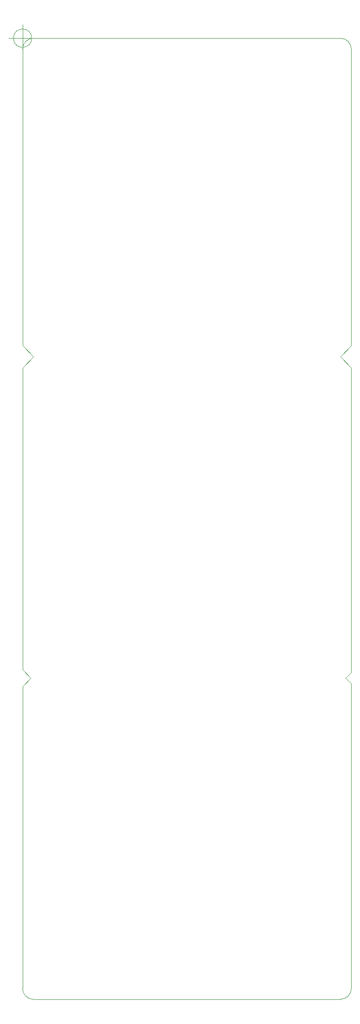
<source format=gbr>
%TF.GenerationSoftware,KiCad,Pcbnew,(6.0.10)*%
%TF.CreationDate,2023-04-24T21:45:00+09:00*%
%TF.ProjectId,qdrive_hw,71647269-7665-45f6-9877-2e6b69636164,rev?*%
%TF.SameCoordinates,Original*%
%TF.FileFunction,Profile,NP*%
%FSLAX46Y46*%
G04 Gerber Fmt 4.6, Leading zero omitted, Abs format (unit mm)*
G04 Created by KiCad (PCBNEW (6.0.10)) date 2023-04-24 21:45:00*
%MOMM*%
%LPD*%
G01*
G04 APERTURE LIST*
%TA.AperFunction,Profile*%
%ADD10C,0.100000*%
%TD*%
G04 APERTURE END LIST*
D10*
X218000000Y-162500000D02*
X217000000Y-161500000D01*
X216000000Y-220000000D02*
G75*
G03*
X218000000Y-218000000I0J2000000D01*
G01*
X218000000Y-105000000D02*
X218000000Y-160500000D01*
X218000000Y-101000000D02*
X216000000Y-103000000D01*
X160000000Y-45000000D02*
X216000000Y-45000000D01*
X158000000Y-105000000D02*
X160000000Y-103000000D01*
X217000000Y-161500000D02*
X218000000Y-160500000D01*
X216000000Y-103000000D02*
X218000000Y-105000000D01*
X158000000Y-163000000D02*
X158000000Y-218000000D01*
X159500000Y-161500000D02*
X158000000Y-160000000D01*
X158000000Y-218000000D02*
G75*
G03*
X160000000Y-220000000I2000000J0D01*
G01*
X218000000Y-218000000D02*
X218000000Y-162500000D01*
X160000000Y-103000000D02*
X158000000Y-101000000D01*
X218000000Y-47000000D02*
G75*
G03*
X216000000Y-45000000I-2000000J0D01*
G01*
X160000000Y-220000000D02*
X216000000Y-220000000D01*
X158000000Y-101000000D02*
X158000000Y-47000000D01*
X159500000Y-161500000D02*
X158000000Y-163000000D01*
X160000000Y-45000000D02*
G75*
G03*
X158000000Y-47000000I0J-2000000D01*
G01*
X218000000Y-47000000D02*
X218000000Y-101000000D01*
X158000000Y-160000000D02*
X158000000Y-105000000D01*
X159666666Y-45000000D02*
G75*
G03*
X159666666Y-45000000I-1666666J0D01*
G01*
X155500000Y-45000000D02*
X160500000Y-45000000D01*
X158000000Y-42500000D02*
X158000000Y-47500000D01*
M02*

</source>
